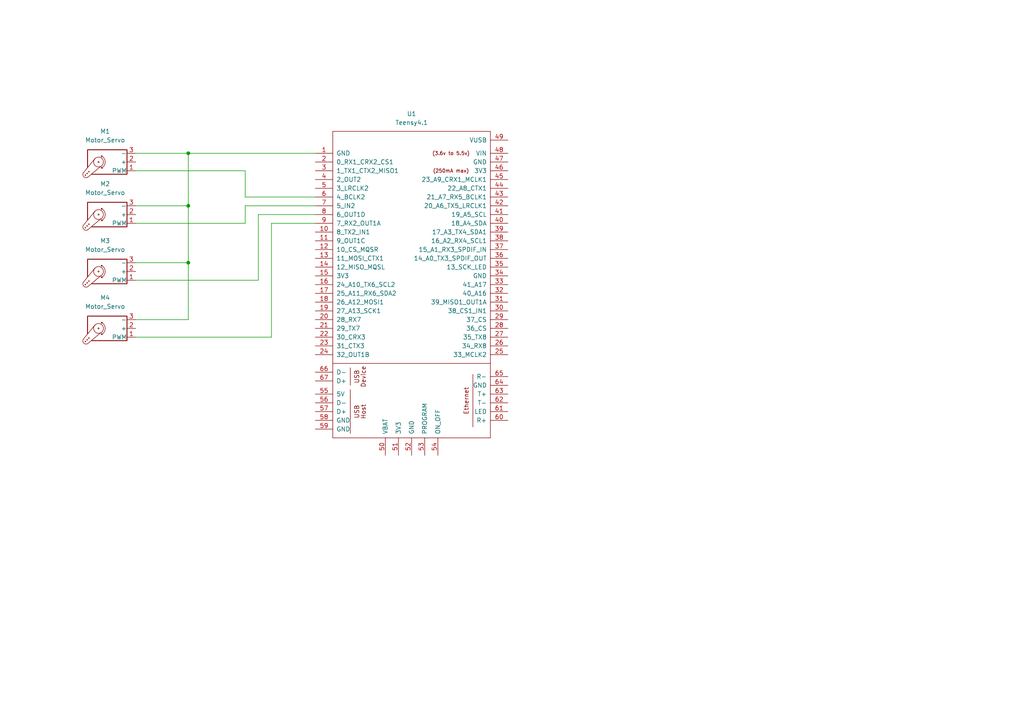
<source format=kicad_sch>
(kicad_sch (version 20230121) (generator eeschema)
  (paper "A4")
  (lib_symbols
    (symbol "Motor:Motor_Servo" (pin_names (offset 0.0254))
      (property "Reference" "M" (at -5.08 4.445 0))
      (property "Value" "Motor_Servo" (at -5.08 -4.064 0))
      (symbol "Motor_Servo_0_1"
        (polyline (pts (xy 2.413 -1.778) (xy 2.032 -1.778)))
        (polyline (pts (xy 2.413 -1.778) (xy 2.286 -1.397)))
        (polyline (pts (xy 2.413 1.778) (xy 1.905 1.778)))
        (polyline (pts (xy 2.413 1.778) (xy 2.286 1.397)))
        (polyline (pts (xy 6.35 4.445) (xy 2.54 1.27)))
        (polyline (pts (xy 7.62 3.175) (xy 4.191 -1.016)))
        (polyline (pts (xy 5.08 3.556) (xy -5.08 3.556) (xy -5.08 -3.556) (xy 6.35 -3.556) (xy 6.35 1.524)) (stroke (width 0.254)))
        (arc (start 2.413 1.778) (mid 1.2406 0) (end 2.413 -1.778))
        (circle (center 3.175 0) (radius 0.1778))
        (circle (center 3.175 0) (radius 1.4224))
        (circle (center 5.969 2.794) (radius 0.127))
        (circle (center 6.477 3.302) (radius 0.127))
        (circle (center 6.985 3.81) (radius 0.127))
        (arc (start 7.62 3.175) (mid 7.4485 4.2735) (end 6.35 4.445))
      )
      (symbol "Motor_Servo_1_1"
        (pin passive line (at -7.62 2.54 0) (length 2.54) (name "PWM") (number "1"))
        (pin passive line (at -7.62 0 0) (length 2.54) (name "+") (number "2"))
        (pin passive line (at -7.62 -2.54 0) (length 2.54) (name "-") (number "3"))
      )
    )
    (symbol "teensy:Teensy4.1" (pin_names (offset 1.016))
      (property "Reference" "U" (at 0 64.77 0))
      (property "Value" "Teensy4.1" (at 0 62.23 0))
      (symbol "Teensy4.1_0_0"
        (polyline (pts (xy -22.86 -6.35) (xy 22.86 -6.35)))
        (polyline (pts (xy -17.78 -26.67) (xy -17.78 -13.97)))
        (polyline (pts (xy -17.78 -7.62) (xy -17.78 -12.7)))
        (polyline (pts (xy 17.78 -9.525) (xy 17.78 -24.765)))
        (text "(250mA max)" (at 11.43 49.53 0) (effects (font (size 1.016 1.016))))
        (text "(3.6v to 5.5v)" (at 11.43 54.61 0) (effects (font (size 1.016 1.016))))
        (text "Device" (at -13.97 -10.16 900) (effects (font (size 1.27 1.27))))
        (text "Ethernet" (at 15.875 -17.145 900) (effects (font (size 1.27 1.27))))
        (text "Host" (at -13.97 -20.32 900) (effects (font (size 1.27 1.27))))
        (text "USB" (at -15.875 -20.32 900) (effects (font (size 1.27 1.27))))
        (text "USB" (at -15.875 -10.16 900) (effects (font (size 1.27 1.27))))
        (pin bidirectional line (at -27.94 31.75 0) (length 5.08) (name "8_TX2_IN1") (number "10"))
        (pin bidirectional line (at -27.94 29.21 0) (length 5.08) (name "9_OUT1C") (number "11"))
        (pin bidirectional line (at -27.94 26.67 0) (length 5.08) (name "10_CS_MQSR") (number "12"))
        (pin bidirectional line (at -27.94 24.13 0) (length 5.08) (name "11_MOSI_CTX1") (number "13"))
        (pin bidirectional line (at -27.94 21.59 0) (length 5.08) (name "12_MISO_MQSL") (number "14"))
        (pin power_in line (at -27.94 19.05 0) (length 5.08) (name "3V3") (number "15"))
        (pin bidirectional line (at -27.94 16.51 0) (length 5.08) (name "24_A10_TX6_SCL2") (number "16"))
        (pin bidirectional line (at -27.94 13.97 0) (length 5.08) (name "25_A11_RX6_SDA2") (number "17"))
        (pin bidirectional line (at -27.94 11.43 0) (length 5.08) (name "26_A12_MOSI1") (number "18"))
        (pin bidirectional line (at -27.94 8.89 0) (length 5.08) (name "27_A13_SCK1") (number "19"))
        (pin bidirectional line (at -27.94 6.35 0) (length 5.08) (name "28_RX7") (number "20"))
        (pin bidirectional line (at -27.94 3.81 0) (length 5.08) (name "29_TX7") (number "21"))
        (pin bidirectional line (at -27.94 1.27 0) (length 5.08) (name "30_CRX3") (number "22"))
        (pin bidirectional line (at -27.94 -1.27 0) (length 5.08) (name "31_CTX3") (number "23"))
        (pin bidirectional line (at -27.94 -3.81 0) (length 5.08) (name "32_OUT1B") (number "24"))
        (pin bidirectional line (at 27.94 -3.81 180) (length 5.08) (name "33_MCLK2") (number "25"))
        (pin bidirectional line (at 27.94 -1.27 180) (length 5.08) (name "34_RX8") (number "26"))
        (pin bidirectional line (at 27.94 1.27 180) (length 5.08) (name "35_TX8") (number "27"))
        (pin bidirectional line (at 27.94 3.81 180) (length 5.08) (name "36_CS") (number "28"))
        (pin bidirectional line (at 27.94 6.35 180) (length 5.08) (name "37_CS") (number "29"))
        (pin bidirectional line (at 27.94 8.89 180) (length 5.08) (name "38_CS1_IN1") (number "30"))
        (pin bidirectional line (at 27.94 11.43 180) (length 5.08) (name "39_MISO1_OUT1A") (number "31"))
        (pin bidirectional line (at 27.94 13.97 180) (length 5.08) (name "40_A16") (number "32"))
        (pin bidirectional line (at 27.94 16.51 180) (length 5.08) (name "41_A17") (number "33"))
        (pin bidirectional line (at 27.94 21.59 180) (length 5.08) (name "13_SCK_LED") (number "35"))
        (pin bidirectional line (at 27.94 24.13 180) (length 5.08) (name "14_A0_TX3_SPDIF_OUT") (number "36"))
        (pin bidirectional line (at 27.94 26.67 180) (length 5.08) (name "15_A1_RX3_SPDIF_IN") (number "37"))
        (pin bidirectional line (at 27.94 29.21 180) (length 5.08) (name "16_A2_RX4_SCL1") (number "38"))
        (pin bidirectional line (at 27.94 31.75 180) (length 5.08) (name "17_A3_TX4_SDA1") (number "39"))
        (pin bidirectional line (at 27.94 34.29 180) (length 5.08) (name "18_A4_SDA") (number "40"))
        (pin bidirectional line (at 27.94 36.83 180) (length 5.08) (name "19_A5_SCL") (number "41"))
        (pin bidirectional line (at 27.94 39.37 180) (length 5.08) (name "20_A6_TX5_LRCLK1") (number "42"))
        (pin bidirectional line (at 27.94 41.91 180) (length 5.08) (name "21_A7_RX5_BCLK1") (number "43"))
        (pin bidirectional line (at 27.94 44.45 180) (length 5.08) (name "22_A8_CTX1") (number "44"))
        (pin bidirectional line (at 27.94 46.99 180) (length 5.08) (name "23_A9_CRX1_MCLK1") (number "45"))
        (pin output line (at 27.94 49.53 180) (length 5.08) (name "3V3") (number "46"))
        (pin output line (at 27.94 52.07 180) (length 5.08) (name "GND") (number "47"))
        (pin power_in line (at 27.94 54.61 180) (length 5.08) (name "VIN") (number "48"))
        (pin power_out line (at 27.94 58.42 180) (length 5.08) (name "VUSB") (number "49"))
        (pin bidirectional line (at -27.94 44.45 0) (length 5.08) (name "3_LRCLK2") (number "5"))
        (pin power_in line (at -7.62 -33.02 90) (length 5.08) (name "VBAT") (number "50"))
        (pin power_in line (at -3.81 -33.02 90) (length 5.08) (name "3V3") (number "51"))
        (pin input line (at 0 -33.02 90) (length 5.08) (name "GND") (number "52"))
        (pin input line (at 3.81 -33.02 90) (length 5.08) (name "PROGRAM") (number "53"))
        (pin input line (at 7.62 -33.02 90) (length 5.08) (name "ON_OFF") (number "54"))
        (pin power_out line (at -27.94 -15.24 0) (length 5.08) (name "5V") (number "55"))
        (pin bidirectional line (at -27.94 -17.78 0) (length 5.08) (name "D-") (number "56"))
        (pin bidirectional line (at -27.94 -20.32 0) (length 5.08) (name "D+") (number "57"))
        (pin power_in line (at -27.94 -22.86 0) (length 5.08) (name "GND") (number "58"))
        (pin power_in line (at -27.94 -25.4 0) (length 5.08) (name "GND") (number "59"))
        (pin bidirectional line (at -27.94 41.91 0) (length 5.08) (name "4_BCLK2") (number "6"))
        (pin bidirectional line (at 27.94 -22.86 180) (length 5.08) (name "R+") (number "60"))
        (pin bidirectional line (at 27.94 -20.32 180) (length 5.08) (name "LED") (number "61"))
        (pin bidirectional line (at 27.94 -17.78 180) (length 5.08) (name "T-") (number "62"))
        (pin bidirectional line (at 27.94 -15.24 180) (length 5.08) (name "T+") (number "63"))
        (pin power_in line (at 27.94 -12.7 180) (length 5.08) (name "GND") (number "64"))
        (pin bidirectional line (at 27.94 -10.16 180) (length 5.08) (name "R-") (number "65"))
        (pin bidirectional line (at -27.94 -8.89 0) (length 5.08) (name "D-") (number "66"))
        (pin bidirectional line (at -27.94 -11.43 0) (length 5.08) (name "D+") (number "67"))
        (pin bidirectional line (at -27.94 39.37 0) (length 5.08) (name "5_IN2") (number "7"))
        (pin bidirectional line (at -27.94 36.83 0) (length 5.08) (name "6_OUT1D") (number "8"))
        (pin bidirectional line (at -27.94 34.29 0) (length 5.08) (name "7_RX2_OUT1A") (number "9"))
      )
      (symbol "Teensy4.1_0_1"
        (rectangle (start -22.86 60.96) (end 22.86 -27.94))
        (rectangle (start -20.32 -1.27) (end -20.32 -1.27))
      )
      (symbol "Teensy4.1_1_1"
        (pin power_in line (at -27.94 54.61 0) (length 5.08) (name "GND") (number "1"))
        (pin bidirectional line (at -27.94 52.07 0) (length 5.08) (name "0_RX1_CRX2_CS1") (number "2"))
        (pin bidirectional line (at -27.94 49.53 0) (length 5.08) (name "1_TX1_CTX2_MISO1") (number "3"))
        (pin power_in line (at 27.94 19.05 180) (length 5.08) (name "GND") (number "34"))
        (pin bidirectional line (at -27.94 46.99 0) (length 5.08) (name "2_OUT2") (number "4"))
      )
    )
  )
  (junction (at 54.61 59.69))
  (junction (at 54.61 44.45))
  (junction (at 54.61 76.2))
  (wire (pts (xy 71.12 59.69) (xy 91.44 59.69)))
  (wire (pts (xy 71.12 64.77) (xy 71.12 59.69)))
  (wire (pts (xy 71.12 49.53) (xy 71.12 57.15)))
  (wire (pts (xy 39.37 76.2) (xy 54.61 76.2)))
  (wire (pts (xy 54.61 59.69) (xy 54.61 44.45)))
  (wire (pts (xy 74.93 62.23) (xy 91.44 62.23)))
  (wire (pts (xy 71.12 57.15) (xy 91.44 57.15)))
  (wire (pts (xy 78.74 97.79) (xy 78.74 64.77)))
  (wire (pts (xy 39.37 97.79) (xy 78.74 97.79)))
  (wire (pts (xy 54.61 76.2) (xy 54.61 59.69)))
  (wire (pts (xy 74.93 81.28) (xy 74.93 62.23)))
  (wire (pts (xy 54.61 92.71) (xy 54.61 76.2)))
  (wire (pts (xy 39.37 64.77) (xy 71.12 64.77)))
  (wire (pts (xy 39.37 59.69) (xy 54.61 59.69)))
  (wire (pts (xy 54.61 44.45) (xy 91.44 44.45)))
  (wire (pts (xy 78.74 64.77) (xy 91.44 64.77)))
  (wire (pts (xy 39.37 44.45) (xy 54.61 44.45)))
  (wire (pts (xy 39.37 81.28) (xy 74.93 81.28)))
  (wire (pts (xy 39.37 92.71) (xy 54.61 92.71)))
  (wire (pts (xy 39.37 49.53) (xy 71.12 49.53)))
  (symbol (lib_id "Motor:Motor_Servo") (at 31.75 95.25 180) (unit 1)
    (property "Reference" "M4" (at 30.4911 86.36 0))
    (property "Value" "Motor_Servo" (at 30.4911 88.9 0))
    (property "Footprint" "Connector:FanPinHeader_1x03_P2.54mm_Vertical" (effects hide))
    (property "Datasheet" "http://forums.parallax.com/uploads/attachments/46831/74481.png" (effects hide))
  )
  (symbol (lib_id "Motor:Motor_Servo") (at 31.75 62.23 180) (unit 1)
    (property "Reference" "M2" (at 30.4911 53.34 0))
    (property "Value" "Motor_Servo" (at 30.4911 55.88 0))
    (property "Footprint" "Connector:FanPinHeader_1x03_P2.54mm_Vertical" (effects hide))
    (property "Datasheet" "http://forums.parallax.com/uploads/attachments/46831/74481.png" (effects hide))
  )
  (symbol (lib_id "Motor:Motor_Servo") (at 31.75 46.99 180) (unit 1)
    (property "Reference" "M1" (at 30.4911 38.1 0))
    (property "Value" "Motor_Servo" (at 30.4911 40.64 0))
    (property "Footprint" "Connector:FanPinHeader_1x03_P2.54mm_Vertical" (effects hide))
    (property "Datasheet" "http://forums.parallax.com/uploads/attachments/46831/74481.png" (effects hide))
  )
  (symbol (lib_id "Motor:Motor_Servo") (at 31.75 78.74 180) (unit 1)
    (property "Reference" "M3" (at 30.4911 69.85 0))
    (property "Value" "Motor_Servo" (at 30.4911 72.39 0))
    (property "Footprint" "Connector:FanPinHeader_1x03_P2.54mm_Vertical" (effects hide))
    (property "Datasheet" "http://forums.parallax.com/uploads/attachments/46831/74481.png" (effects hide))
  )
  (symbol (lib_id "teensy:Teensy4.1") (at 119.38 99.06 0) (unit 1)
    (property "Reference" "U1" (at 119.38 33.02 0))
    (property "Value" "Teensy4.1" (at 119.38 35.56 0))
    (property "Footprint" "teensy.pretty-master:Teensy41" (effects hide))
  )
)
</source>
